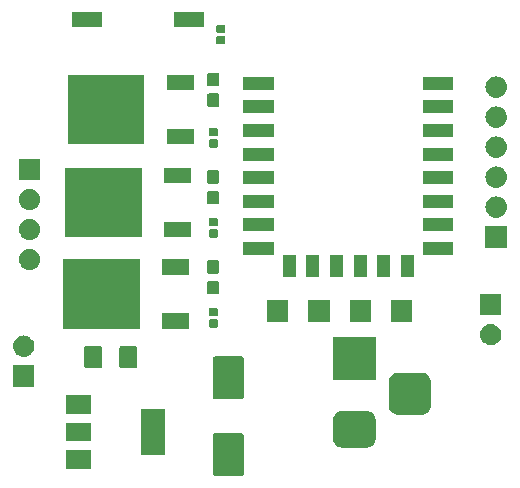
<source format=gbr>
G04 #@! TF.GenerationSoftware,KiCad,Pcbnew,(5.0.2)-1*
G04 #@! TF.CreationDate,2020-08-19T16:16:04+02:00*
G04 #@! TF.ProjectId,RGB-LED-controller,5247422d-4c45-4442-9d63-6f6e74726f6c,rev?*
G04 #@! TF.SameCoordinates,Original*
G04 #@! TF.FileFunction,Soldermask,Top*
G04 #@! TF.FilePolarity,Negative*
%FSLAX46Y46*%
G04 Gerber Fmt 4.6, Leading zero omitted, Abs format (unit mm)*
G04 Created by KiCad (PCBNEW (5.0.2)-1) date 19/08/2020 16:16:04*
%MOMM*%
%LPD*%
G01*
G04 APERTURE LIST*
%ADD10C,0.100000*%
G04 APERTURE END LIST*
D10*
G36*
X164366935Y-65512671D02*
X164396874Y-65521753D01*
X164424469Y-65536503D01*
X164448651Y-65556349D01*
X164468497Y-65580531D01*
X164483247Y-65608126D01*
X164492329Y-65638065D01*
X164496000Y-65675340D01*
X164496000Y-68944660D01*
X164492329Y-68981935D01*
X164483247Y-69011874D01*
X164468497Y-69039469D01*
X164448651Y-69063651D01*
X164424469Y-69083497D01*
X164396874Y-69098247D01*
X164366935Y-69107329D01*
X164329660Y-69111000D01*
X162060340Y-69111000D01*
X162023065Y-69107329D01*
X161993126Y-69098247D01*
X161965531Y-69083497D01*
X161941349Y-69063651D01*
X161921503Y-69039469D01*
X161906753Y-69011874D01*
X161897671Y-68981935D01*
X161894000Y-68944660D01*
X161894000Y-65675340D01*
X161897671Y-65638065D01*
X161906753Y-65608126D01*
X161921503Y-65580531D01*
X161941349Y-65556349D01*
X161965531Y-65536503D01*
X161993126Y-65521753D01*
X162023065Y-65512671D01*
X162060340Y-65509000D01*
X164329660Y-65509000D01*
X164366935Y-65512671D01*
X164366935Y-65512671D01*
G37*
G36*
X151571000Y-68506000D02*
X149469000Y-68506000D01*
X149469000Y-66904000D01*
X151571000Y-66904000D01*
X151571000Y-68506000D01*
X151571000Y-68506000D01*
G37*
G36*
X157871000Y-67356000D02*
X155769000Y-67356000D01*
X155769000Y-63454000D01*
X157871000Y-63454000D01*
X157871000Y-67356000D01*
X157871000Y-67356000D01*
G37*
G36*
X175101978Y-63633293D02*
X175235627Y-63673835D01*
X175358782Y-63739662D01*
X175466739Y-63828261D01*
X175555338Y-63936218D01*
X175621165Y-64059373D01*
X175661707Y-64193022D01*
X175676000Y-64338140D01*
X175676000Y-66001860D01*
X175661707Y-66146978D01*
X175621165Y-66280627D01*
X175555338Y-66403782D01*
X175466739Y-66511739D01*
X175358782Y-66600338D01*
X175235627Y-66666165D01*
X175101978Y-66706707D01*
X174956860Y-66721000D01*
X172793140Y-66721000D01*
X172648022Y-66706707D01*
X172514373Y-66666165D01*
X172391218Y-66600338D01*
X172283261Y-66511739D01*
X172194662Y-66403782D01*
X172128835Y-66280627D01*
X172088293Y-66146978D01*
X172074000Y-66001860D01*
X172074000Y-64338140D01*
X172088293Y-64193022D01*
X172128835Y-64059373D01*
X172194662Y-63936218D01*
X172283261Y-63828261D01*
X172391218Y-63739662D01*
X172514373Y-63673835D01*
X172648022Y-63633293D01*
X172793140Y-63619000D01*
X174956860Y-63619000D01*
X175101978Y-63633293D01*
X175101978Y-63633293D01*
G37*
G36*
X151571000Y-66206000D02*
X149469000Y-66206000D01*
X149469000Y-64604000D01*
X151571000Y-64604000D01*
X151571000Y-66206000D01*
X151571000Y-66206000D01*
G37*
G36*
X179701366Y-60385695D02*
X179858458Y-60433348D01*
X180003230Y-60510731D01*
X180130128Y-60614872D01*
X180234269Y-60741770D01*
X180311652Y-60886542D01*
X180359305Y-61043634D01*
X180376000Y-61213140D01*
X180376000Y-63126860D01*
X180359305Y-63296366D01*
X180311652Y-63453458D01*
X180234269Y-63598230D01*
X180130128Y-63725128D01*
X180003230Y-63829269D01*
X179858458Y-63906652D01*
X179701366Y-63954305D01*
X179531860Y-63971000D01*
X177618140Y-63971000D01*
X177448634Y-63954305D01*
X177291542Y-63906652D01*
X177146770Y-63829269D01*
X177019872Y-63725128D01*
X176915731Y-63598230D01*
X176838348Y-63453458D01*
X176790695Y-63296366D01*
X176774000Y-63126860D01*
X176774000Y-61213140D01*
X176790695Y-61043634D01*
X176838348Y-60886542D01*
X176915731Y-60741770D01*
X177019872Y-60614872D01*
X177146770Y-60510731D01*
X177291542Y-60433348D01*
X177448634Y-60385695D01*
X177618140Y-60369000D01*
X179531860Y-60369000D01*
X179701366Y-60385695D01*
X179701366Y-60385695D01*
G37*
G36*
X151571000Y-63906000D02*
X149469000Y-63906000D01*
X149469000Y-62304000D01*
X151571000Y-62304000D01*
X151571000Y-63906000D01*
X151571000Y-63906000D01*
G37*
G36*
X164366935Y-59012671D02*
X164396874Y-59021753D01*
X164424469Y-59036503D01*
X164448651Y-59056349D01*
X164468497Y-59080531D01*
X164483247Y-59108126D01*
X164492329Y-59138065D01*
X164496000Y-59175340D01*
X164496000Y-62444660D01*
X164492329Y-62481935D01*
X164483247Y-62511874D01*
X164468497Y-62539469D01*
X164448651Y-62563651D01*
X164424469Y-62583497D01*
X164396874Y-62598247D01*
X164366935Y-62607329D01*
X164329660Y-62611000D01*
X162060340Y-62611000D01*
X162023065Y-62607329D01*
X161993126Y-62598247D01*
X161965531Y-62583497D01*
X161941349Y-62563651D01*
X161921503Y-62539469D01*
X161906753Y-62511874D01*
X161897671Y-62481935D01*
X161894000Y-62444660D01*
X161894000Y-59175340D01*
X161897671Y-59138065D01*
X161906753Y-59108126D01*
X161921503Y-59080531D01*
X161941349Y-59056349D01*
X161965531Y-59036503D01*
X161993126Y-59021753D01*
X162023065Y-59012671D01*
X162060340Y-59009000D01*
X164329660Y-59009000D01*
X164366935Y-59012671D01*
X164366935Y-59012671D01*
G37*
G36*
X146776000Y-61571000D02*
X144974000Y-61571000D01*
X144974000Y-59769000D01*
X146776000Y-59769000D01*
X146776000Y-61571000D01*
X146776000Y-61571000D01*
G37*
G36*
X175676000Y-60971000D02*
X172074000Y-60971000D01*
X172074000Y-57369000D01*
X175676000Y-57369000D01*
X175676000Y-60971000D01*
X175676000Y-60971000D01*
G37*
G36*
X152378062Y-58133181D02*
X152412977Y-58143773D01*
X152445165Y-58160978D01*
X152473373Y-58184127D01*
X152496522Y-58212335D01*
X152513727Y-58244523D01*
X152524319Y-58279438D01*
X152528500Y-58321895D01*
X152528500Y-59788105D01*
X152524319Y-59830562D01*
X152513727Y-59865477D01*
X152496522Y-59897665D01*
X152473373Y-59925873D01*
X152445165Y-59949022D01*
X152412977Y-59966227D01*
X152378062Y-59976819D01*
X152335605Y-59981000D01*
X151194395Y-59981000D01*
X151151938Y-59976819D01*
X151117023Y-59966227D01*
X151084835Y-59949022D01*
X151056627Y-59925873D01*
X151033478Y-59897665D01*
X151016273Y-59865477D01*
X151005681Y-59830562D01*
X151001500Y-59788105D01*
X151001500Y-58321895D01*
X151005681Y-58279438D01*
X151016273Y-58244523D01*
X151033478Y-58212335D01*
X151056627Y-58184127D01*
X151084835Y-58160978D01*
X151117023Y-58143773D01*
X151151938Y-58133181D01*
X151194395Y-58129000D01*
X152335605Y-58129000D01*
X152378062Y-58133181D01*
X152378062Y-58133181D01*
G37*
G36*
X155353062Y-58133181D02*
X155387977Y-58143773D01*
X155420165Y-58160978D01*
X155448373Y-58184127D01*
X155471522Y-58212335D01*
X155488727Y-58244523D01*
X155499319Y-58279438D01*
X155503500Y-58321895D01*
X155503500Y-59788105D01*
X155499319Y-59830562D01*
X155488727Y-59865477D01*
X155471522Y-59897665D01*
X155448373Y-59925873D01*
X155420165Y-59949022D01*
X155387977Y-59966227D01*
X155353062Y-59976819D01*
X155310605Y-59981000D01*
X154169395Y-59981000D01*
X154126938Y-59976819D01*
X154092023Y-59966227D01*
X154059835Y-59949022D01*
X154031627Y-59925873D01*
X154008478Y-59897665D01*
X153991273Y-59865477D01*
X153980681Y-59830562D01*
X153976500Y-59788105D01*
X153976500Y-58321895D01*
X153980681Y-58279438D01*
X153991273Y-58244523D01*
X154008478Y-58212335D01*
X154031627Y-58184127D01*
X154059835Y-58160978D01*
X154092023Y-58143773D01*
X154126938Y-58133181D01*
X154169395Y-58129000D01*
X155310605Y-58129000D01*
X155353062Y-58133181D01*
X155353062Y-58133181D01*
G37*
G36*
X145985443Y-57235519D02*
X146051627Y-57242037D01*
X146164853Y-57276384D01*
X146221467Y-57293557D01*
X146360087Y-57367652D01*
X146377991Y-57377222D01*
X146413729Y-57406552D01*
X146515186Y-57489814D01*
X146598448Y-57591271D01*
X146627778Y-57627009D01*
X146627779Y-57627011D01*
X146711443Y-57783533D01*
X146711443Y-57783534D01*
X146762963Y-57953373D01*
X146780359Y-58130000D01*
X146762963Y-58306627D01*
X146728616Y-58419853D01*
X146711443Y-58476467D01*
X146637348Y-58615087D01*
X146627778Y-58632991D01*
X146598448Y-58668729D01*
X146515186Y-58770186D01*
X146413729Y-58853448D01*
X146377991Y-58882778D01*
X146377989Y-58882779D01*
X146221467Y-58966443D01*
X146164853Y-58983616D01*
X146051627Y-59017963D01*
X145985443Y-59024481D01*
X145919260Y-59031000D01*
X145830740Y-59031000D01*
X145764557Y-59024481D01*
X145698373Y-59017963D01*
X145585147Y-58983616D01*
X145528533Y-58966443D01*
X145372011Y-58882779D01*
X145372009Y-58882778D01*
X145336271Y-58853448D01*
X145234814Y-58770186D01*
X145151552Y-58668729D01*
X145122222Y-58632991D01*
X145112652Y-58615087D01*
X145038557Y-58476467D01*
X145021384Y-58419853D01*
X144987037Y-58306627D01*
X144969641Y-58130000D01*
X144987037Y-57953373D01*
X145038557Y-57783534D01*
X145038557Y-57783533D01*
X145122221Y-57627011D01*
X145122222Y-57627009D01*
X145151552Y-57591271D01*
X145234814Y-57489814D01*
X145336271Y-57406552D01*
X145372009Y-57377222D01*
X145389913Y-57367652D01*
X145528533Y-57293557D01*
X145585147Y-57276384D01*
X145698373Y-57242037D01*
X145764557Y-57235519D01*
X145830740Y-57229000D01*
X145919260Y-57229000D01*
X145985443Y-57235519D01*
X145985443Y-57235519D01*
G37*
G36*
X185530443Y-56255519D02*
X185596627Y-56262037D01*
X185709853Y-56296384D01*
X185766467Y-56313557D01*
X185905087Y-56387652D01*
X185922991Y-56397222D01*
X185952879Y-56421751D01*
X186060186Y-56509814D01*
X186143448Y-56611271D01*
X186172778Y-56647009D01*
X186172779Y-56647011D01*
X186256443Y-56803533D01*
X186256443Y-56803534D01*
X186307963Y-56973373D01*
X186325359Y-57150000D01*
X186307963Y-57326627D01*
X186292615Y-57377222D01*
X186256443Y-57496467D01*
X186186666Y-57627009D01*
X186172778Y-57652991D01*
X186143448Y-57688729D01*
X186060186Y-57790186D01*
X185958729Y-57873448D01*
X185922991Y-57902778D01*
X185922989Y-57902779D01*
X185766467Y-57986443D01*
X185709853Y-58003616D01*
X185596627Y-58037963D01*
X185530442Y-58044482D01*
X185464260Y-58051000D01*
X185375740Y-58051000D01*
X185309558Y-58044482D01*
X185243373Y-58037963D01*
X185130147Y-58003616D01*
X185073533Y-57986443D01*
X184917011Y-57902779D01*
X184917009Y-57902778D01*
X184881271Y-57873448D01*
X184779814Y-57790186D01*
X184696552Y-57688729D01*
X184667222Y-57652991D01*
X184653334Y-57627009D01*
X184583557Y-57496467D01*
X184547385Y-57377222D01*
X184532037Y-57326627D01*
X184514641Y-57150000D01*
X184532037Y-56973373D01*
X184583557Y-56803534D01*
X184583557Y-56803533D01*
X184667221Y-56647011D01*
X184667222Y-56647009D01*
X184696552Y-56611271D01*
X184779814Y-56509814D01*
X184887121Y-56421751D01*
X184917009Y-56397222D01*
X184934913Y-56387652D01*
X185073533Y-56313557D01*
X185130147Y-56296384D01*
X185243373Y-56262037D01*
X185309557Y-56255519D01*
X185375740Y-56249000D01*
X185464260Y-56249000D01*
X185530443Y-56255519D01*
X185530443Y-56255519D01*
G37*
G36*
X155701000Y-56666000D02*
X149199000Y-56666000D01*
X149199000Y-50764000D01*
X155701000Y-50764000D01*
X155701000Y-56666000D01*
X155701000Y-56666000D01*
G37*
G36*
X159901000Y-56646000D02*
X157599000Y-56646000D01*
X157599000Y-55344000D01*
X159901000Y-55344000D01*
X159901000Y-56646000D01*
X159901000Y-56646000D01*
G37*
G36*
X162206938Y-55871716D02*
X162227556Y-55877970D01*
X162246556Y-55888126D01*
X162263208Y-55901792D01*
X162276874Y-55918444D01*
X162287030Y-55937444D01*
X162293284Y-55958062D01*
X162296000Y-55985640D01*
X162296000Y-56444360D01*
X162293284Y-56471938D01*
X162287030Y-56492556D01*
X162276874Y-56511556D01*
X162263208Y-56528208D01*
X162246556Y-56541874D01*
X162227556Y-56552030D01*
X162206938Y-56558284D01*
X162179360Y-56561000D01*
X161670640Y-56561000D01*
X161643062Y-56558284D01*
X161622444Y-56552030D01*
X161603444Y-56541874D01*
X161586792Y-56528208D01*
X161573126Y-56511556D01*
X161562970Y-56492556D01*
X161556716Y-56471938D01*
X161554000Y-56444360D01*
X161554000Y-55985640D01*
X161556716Y-55958062D01*
X161562970Y-55937444D01*
X161573126Y-55918444D01*
X161586792Y-55901792D01*
X161603444Y-55888126D01*
X161622444Y-55877970D01*
X161643062Y-55871716D01*
X161670640Y-55869000D01*
X162179360Y-55869000D01*
X162206938Y-55871716D01*
X162206938Y-55871716D01*
G37*
G36*
X168276000Y-56071000D02*
X166474000Y-56071000D01*
X166474000Y-54269000D01*
X168276000Y-54269000D01*
X168276000Y-56071000D01*
X168276000Y-56071000D01*
G37*
G36*
X171776000Y-56071000D02*
X169974000Y-56071000D01*
X169974000Y-54269000D01*
X171776000Y-54269000D01*
X171776000Y-56071000D01*
X171776000Y-56071000D01*
G37*
G36*
X178776000Y-56071000D02*
X176974000Y-56071000D01*
X176974000Y-54269000D01*
X178776000Y-54269000D01*
X178776000Y-56071000D01*
X178776000Y-56071000D01*
G37*
G36*
X175276000Y-56071000D02*
X173474000Y-56071000D01*
X173474000Y-54269000D01*
X175276000Y-54269000D01*
X175276000Y-56071000D01*
X175276000Y-56071000D01*
G37*
G36*
X162206938Y-54901716D02*
X162227556Y-54907970D01*
X162246556Y-54918126D01*
X162263208Y-54931792D01*
X162276874Y-54948444D01*
X162287030Y-54967444D01*
X162293284Y-54988062D01*
X162296000Y-55015640D01*
X162296000Y-55474360D01*
X162293284Y-55501938D01*
X162287030Y-55522556D01*
X162276874Y-55541556D01*
X162263208Y-55558208D01*
X162246556Y-55571874D01*
X162227556Y-55582030D01*
X162206938Y-55588284D01*
X162179360Y-55591000D01*
X161670640Y-55591000D01*
X161643062Y-55588284D01*
X161622444Y-55582030D01*
X161603444Y-55571874D01*
X161586792Y-55558208D01*
X161573126Y-55541556D01*
X161562970Y-55522556D01*
X161556716Y-55501938D01*
X161554000Y-55474360D01*
X161554000Y-55015640D01*
X161556716Y-54988062D01*
X161562970Y-54967444D01*
X161573126Y-54948444D01*
X161586792Y-54931792D01*
X161603444Y-54918126D01*
X161622444Y-54907970D01*
X161643062Y-54901716D01*
X161670640Y-54899000D01*
X162179360Y-54899000D01*
X162206938Y-54901716D01*
X162206938Y-54901716D01*
G37*
G36*
X186321000Y-55511000D02*
X184519000Y-55511000D01*
X184519000Y-53709000D01*
X186321000Y-53709000D01*
X186321000Y-55511000D01*
X186321000Y-55511000D01*
G37*
G36*
X162289499Y-52613445D02*
X162326993Y-52624819D01*
X162361557Y-52643294D01*
X162391847Y-52668153D01*
X162416706Y-52698443D01*
X162435181Y-52733007D01*
X162446555Y-52770501D01*
X162451000Y-52815638D01*
X162451000Y-53554362D01*
X162446555Y-53599499D01*
X162435181Y-53636993D01*
X162416706Y-53671557D01*
X162391847Y-53701847D01*
X162361557Y-53726706D01*
X162326993Y-53745181D01*
X162289499Y-53756555D01*
X162244362Y-53761000D01*
X161605638Y-53761000D01*
X161560501Y-53756555D01*
X161523007Y-53745181D01*
X161488443Y-53726706D01*
X161458153Y-53701847D01*
X161433294Y-53671557D01*
X161414819Y-53636993D01*
X161403445Y-53599499D01*
X161399000Y-53554362D01*
X161399000Y-52815638D01*
X161403445Y-52770501D01*
X161414819Y-52733007D01*
X161433294Y-52698443D01*
X161458153Y-52668153D01*
X161488443Y-52643294D01*
X161523007Y-52624819D01*
X161560501Y-52613445D01*
X161605638Y-52609000D01*
X162244362Y-52609000D01*
X162289499Y-52613445D01*
X162289499Y-52613445D01*
G37*
G36*
X168906000Y-52321000D02*
X167804000Y-52321000D01*
X167804000Y-50419000D01*
X168906000Y-50419000D01*
X168906000Y-52321000D01*
X168906000Y-52321000D01*
G37*
G36*
X170906000Y-52321000D02*
X169804000Y-52321000D01*
X169804000Y-50419000D01*
X170906000Y-50419000D01*
X170906000Y-52321000D01*
X170906000Y-52321000D01*
G37*
G36*
X172906000Y-52321000D02*
X171804000Y-52321000D01*
X171804000Y-50419000D01*
X172906000Y-50419000D01*
X172906000Y-52321000D01*
X172906000Y-52321000D01*
G37*
G36*
X174906000Y-52321000D02*
X173804000Y-52321000D01*
X173804000Y-50419000D01*
X174906000Y-50419000D01*
X174906000Y-52321000D01*
X174906000Y-52321000D01*
G37*
G36*
X176906000Y-52321000D02*
X175804000Y-52321000D01*
X175804000Y-50419000D01*
X176906000Y-50419000D01*
X176906000Y-52321000D01*
X176906000Y-52321000D01*
G37*
G36*
X178906000Y-52321000D02*
X177804000Y-52321000D01*
X177804000Y-50419000D01*
X178906000Y-50419000D01*
X178906000Y-52321000D01*
X178906000Y-52321000D01*
G37*
G36*
X159901000Y-52086000D02*
X157599000Y-52086000D01*
X157599000Y-50784000D01*
X159901000Y-50784000D01*
X159901000Y-52086000D01*
X159901000Y-52086000D01*
G37*
G36*
X162289499Y-50863445D02*
X162326993Y-50874819D01*
X162361557Y-50893294D01*
X162391847Y-50918153D01*
X162416706Y-50948443D01*
X162435181Y-50983007D01*
X162446555Y-51020501D01*
X162451000Y-51065638D01*
X162451000Y-51804362D01*
X162446555Y-51849499D01*
X162435181Y-51886993D01*
X162416706Y-51921557D01*
X162391847Y-51951847D01*
X162361557Y-51976706D01*
X162326993Y-51995181D01*
X162289499Y-52006555D01*
X162244362Y-52011000D01*
X161605638Y-52011000D01*
X161560501Y-52006555D01*
X161523007Y-51995181D01*
X161488443Y-51976706D01*
X161458153Y-51951847D01*
X161433294Y-51921557D01*
X161414819Y-51886993D01*
X161403445Y-51849499D01*
X161399000Y-51804362D01*
X161399000Y-51065638D01*
X161403445Y-51020501D01*
X161414819Y-50983007D01*
X161433294Y-50948443D01*
X161458153Y-50918153D01*
X161488443Y-50893294D01*
X161523007Y-50874819D01*
X161560501Y-50863445D01*
X161605638Y-50859000D01*
X162244362Y-50859000D01*
X162289499Y-50863445D01*
X162289499Y-50863445D01*
G37*
G36*
X146485443Y-49895519D02*
X146551627Y-49902037D01*
X146664853Y-49936384D01*
X146721467Y-49953557D01*
X146860087Y-50027652D01*
X146877991Y-50037222D01*
X146913729Y-50066552D01*
X147015186Y-50149814D01*
X147098448Y-50251271D01*
X147127778Y-50287009D01*
X147127779Y-50287011D01*
X147211443Y-50443533D01*
X147211443Y-50443534D01*
X147262963Y-50613373D01*
X147280359Y-50790000D01*
X147262963Y-50966627D01*
X147232928Y-51065638D01*
X147211443Y-51136467D01*
X147137348Y-51275087D01*
X147127778Y-51292991D01*
X147098448Y-51328729D01*
X147015186Y-51430186D01*
X146913729Y-51513448D01*
X146877991Y-51542778D01*
X146877989Y-51542779D01*
X146721467Y-51626443D01*
X146664853Y-51643616D01*
X146551627Y-51677963D01*
X146485443Y-51684481D01*
X146419260Y-51691000D01*
X146330740Y-51691000D01*
X146264557Y-51684481D01*
X146198373Y-51677963D01*
X146085147Y-51643616D01*
X146028533Y-51626443D01*
X145872011Y-51542779D01*
X145872009Y-51542778D01*
X145836271Y-51513448D01*
X145734814Y-51430186D01*
X145651552Y-51328729D01*
X145622222Y-51292991D01*
X145612652Y-51275087D01*
X145538557Y-51136467D01*
X145517072Y-51065638D01*
X145487037Y-50966627D01*
X145469641Y-50790000D01*
X145487037Y-50613373D01*
X145538557Y-50443534D01*
X145538557Y-50443533D01*
X145622221Y-50287011D01*
X145622222Y-50287009D01*
X145651552Y-50251271D01*
X145734814Y-50149814D01*
X145836271Y-50066552D01*
X145872009Y-50037222D01*
X145889913Y-50027652D01*
X146028533Y-49953557D01*
X146085147Y-49936384D01*
X146198373Y-49902037D01*
X146264557Y-49895519D01*
X146330740Y-49889000D01*
X146419260Y-49889000D01*
X146485443Y-49895519D01*
X146485443Y-49895519D01*
G37*
G36*
X182256000Y-50421000D02*
X179654000Y-50421000D01*
X179654000Y-49319000D01*
X182256000Y-49319000D01*
X182256000Y-50421000D01*
X182256000Y-50421000D01*
G37*
G36*
X167056000Y-50421000D02*
X164454000Y-50421000D01*
X164454000Y-49319000D01*
X167056000Y-49319000D01*
X167056000Y-50421000D01*
X167056000Y-50421000D01*
G37*
G36*
X186776000Y-49796000D02*
X184974000Y-49796000D01*
X184974000Y-47994000D01*
X186776000Y-47994000D01*
X186776000Y-49796000D01*
X186776000Y-49796000D01*
G37*
G36*
X146485443Y-47355519D02*
X146551627Y-47362037D01*
X146662401Y-47395640D01*
X146721467Y-47413557D01*
X146860087Y-47487652D01*
X146877991Y-47497222D01*
X146913729Y-47526552D01*
X147015186Y-47609814D01*
X147098448Y-47711271D01*
X147127778Y-47747009D01*
X147127779Y-47747011D01*
X147211443Y-47903533D01*
X147211443Y-47903534D01*
X147262963Y-48073373D01*
X147280359Y-48250000D01*
X147262963Y-48426627D01*
X147228616Y-48539853D01*
X147211443Y-48596467D01*
X147137348Y-48735087D01*
X147127778Y-48752991D01*
X147115460Y-48768000D01*
X147015186Y-48890186D01*
X146913729Y-48973448D01*
X146877991Y-49002778D01*
X146877989Y-49002779D01*
X146721467Y-49086443D01*
X146664853Y-49103616D01*
X146551627Y-49137963D01*
X146485443Y-49144481D01*
X146419260Y-49151000D01*
X146330740Y-49151000D01*
X146264557Y-49144481D01*
X146198373Y-49137963D01*
X146085147Y-49103616D01*
X146028533Y-49086443D01*
X145872011Y-49002779D01*
X145872009Y-49002778D01*
X145836271Y-48973448D01*
X145734814Y-48890186D01*
X145634540Y-48768000D01*
X145622222Y-48752991D01*
X145612652Y-48735087D01*
X145538557Y-48596467D01*
X145521384Y-48539853D01*
X145487037Y-48426627D01*
X145469641Y-48250000D01*
X145487037Y-48073373D01*
X145538557Y-47903534D01*
X145538557Y-47903533D01*
X145622221Y-47747011D01*
X145622222Y-47747009D01*
X145651552Y-47711271D01*
X145734814Y-47609814D01*
X145836271Y-47526552D01*
X145872009Y-47497222D01*
X145889913Y-47487652D01*
X146028533Y-47413557D01*
X146087599Y-47395640D01*
X146198373Y-47362037D01*
X146264558Y-47355518D01*
X146330740Y-47349000D01*
X146419260Y-47349000D01*
X146485443Y-47355519D01*
X146485443Y-47355519D01*
G37*
G36*
X162206938Y-48251716D02*
X162227556Y-48257970D01*
X162246556Y-48268126D01*
X162263208Y-48281792D01*
X162276874Y-48298444D01*
X162287030Y-48317444D01*
X162293284Y-48338062D01*
X162296000Y-48365640D01*
X162296000Y-48824360D01*
X162293284Y-48851938D01*
X162287030Y-48872556D01*
X162276874Y-48891556D01*
X162263208Y-48908208D01*
X162246556Y-48921874D01*
X162227556Y-48932030D01*
X162206938Y-48938284D01*
X162179360Y-48941000D01*
X161670640Y-48941000D01*
X161643062Y-48938284D01*
X161622444Y-48932030D01*
X161603444Y-48921874D01*
X161586792Y-48908208D01*
X161573126Y-48891556D01*
X161562970Y-48872556D01*
X161556716Y-48851938D01*
X161554000Y-48824360D01*
X161554000Y-48365640D01*
X161556716Y-48338062D01*
X161562970Y-48317444D01*
X161573126Y-48298444D01*
X161586792Y-48281792D01*
X161603444Y-48268126D01*
X161622444Y-48257970D01*
X161643062Y-48251716D01*
X161670640Y-48249000D01*
X162179360Y-48249000D01*
X162206938Y-48251716D01*
X162206938Y-48251716D01*
G37*
G36*
X155881000Y-48926000D02*
X149379000Y-48926000D01*
X149379000Y-43024000D01*
X155881000Y-43024000D01*
X155881000Y-48926000D01*
X155881000Y-48926000D01*
G37*
G36*
X160081000Y-48906000D02*
X157779000Y-48906000D01*
X157779000Y-47604000D01*
X160081000Y-47604000D01*
X160081000Y-48906000D01*
X160081000Y-48906000D01*
G37*
G36*
X182256000Y-48421000D02*
X179654000Y-48421000D01*
X179654000Y-47319000D01*
X182256000Y-47319000D01*
X182256000Y-48421000D01*
X182256000Y-48421000D01*
G37*
G36*
X167056000Y-48421000D02*
X164454000Y-48421000D01*
X164454000Y-47319000D01*
X167056000Y-47319000D01*
X167056000Y-48421000D01*
X167056000Y-48421000D01*
G37*
G36*
X162206938Y-47281716D02*
X162227556Y-47287970D01*
X162246556Y-47298126D01*
X162263208Y-47311792D01*
X162276874Y-47328444D01*
X162287030Y-47347444D01*
X162293284Y-47368062D01*
X162296000Y-47395640D01*
X162296000Y-47854360D01*
X162293284Y-47881938D01*
X162287030Y-47902556D01*
X162276874Y-47921556D01*
X162263208Y-47938208D01*
X162246556Y-47951874D01*
X162227556Y-47962030D01*
X162206938Y-47968284D01*
X162179360Y-47971000D01*
X161670640Y-47971000D01*
X161643062Y-47968284D01*
X161622444Y-47962030D01*
X161603444Y-47951874D01*
X161586792Y-47938208D01*
X161573126Y-47921556D01*
X161562970Y-47902556D01*
X161556716Y-47881938D01*
X161554000Y-47854360D01*
X161554000Y-47395640D01*
X161556716Y-47368062D01*
X161562970Y-47347444D01*
X161573126Y-47328444D01*
X161586792Y-47311792D01*
X161603444Y-47298126D01*
X161622444Y-47287970D01*
X161643062Y-47281716D01*
X161670640Y-47279000D01*
X162179360Y-47279000D01*
X162206938Y-47281716D01*
X162206938Y-47281716D01*
G37*
G36*
X185985443Y-45460519D02*
X186051627Y-45467037D01*
X186164853Y-45501384D01*
X186221467Y-45518557D01*
X186360087Y-45592652D01*
X186377991Y-45602222D01*
X186413729Y-45631552D01*
X186515186Y-45714814D01*
X186598448Y-45816271D01*
X186627778Y-45852009D01*
X186627779Y-45852011D01*
X186711443Y-46008533D01*
X186724494Y-46051557D01*
X186762963Y-46178373D01*
X186780359Y-46355000D01*
X186762963Y-46531627D01*
X186728616Y-46644853D01*
X186711443Y-46701467D01*
X186637348Y-46840087D01*
X186627778Y-46857991D01*
X186598448Y-46893729D01*
X186515186Y-46995186D01*
X186413729Y-47078448D01*
X186377991Y-47107778D01*
X186377989Y-47107779D01*
X186221467Y-47191443D01*
X186164853Y-47208616D01*
X186051627Y-47242963D01*
X185985442Y-47249482D01*
X185919260Y-47256000D01*
X185830740Y-47256000D01*
X185764558Y-47249482D01*
X185698373Y-47242963D01*
X185585147Y-47208616D01*
X185528533Y-47191443D01*
X185372011Y-47107779D01*
X185372009Y-47107778D01*
X185336271Y-47078448D01*
X185234814Y-46995186D01*
X185151552Y-46893729D01*
X185122222Y-46857991D01*
X185112652Y-46840087D01*
X185038557Y-46701467D01*
X185021384Y-46644853D01*
X184987037Y-46531627D01*
X184969641Y-46355000D01*
X184987037Y-46178373D01*
X185025506Y-46051557D01*
X185038557Y-46008533D01*
X185122221Y-45852011D01*
X185122222Y-45852009D01*
X185151552Y-45816271D01*
X185234814Y-45714814D01*
X185336271Y-45631552D01*
X185372009Y-45602222D01*
X185389913Y-45592652D01*
X185528533Y-45518557D01*
X185585147Y-45501384D01*
X185698373Y-45467037D01*
X185764557Y-45460519D01*
X185830740Y-45454000D01*
X185919260Y-45454000D01*
X185985443Y-45460519D01*
X185985443Y-45460519D01*
G37*
G36*
X146485442Y-44815518D02*
X146551627Y-44822037D01*
X146664853Y-44856384D01*
X146721467Y-44873557D01*
X146860087Y-44947652D01*
X146877991Y-44957222D01*
X146913729Y-44986552D01*
X147015186Y-45069814D01*
X147081403Y-45150501D01*
X147127778Y-45207009D01*
X147127779Y-45207011D01*
X147211443Y-45363533D01*
X147211443Y-45363534D01*
X147262963Y-45533373D01*
X147280359Y-45710000D01*
X147262963Y-45886627D01*
X147235049Y-45978646D01*
X147211443Y-46056467D01*
X147174714Y-46125181D01*
X147127778Y-46212991D01*
X147098448Y-46248729D01*
X147015186Y-46350186D01*
X146913729Y-46433448D01*
X146877991Y-46462778D01*
X146877989Y-46462779D01*
X146721467Y-46546443D01*
X146664853Y-46563616D01*
X146551627Y-46597963D01*
X146485442Y-46604482D01*
X146419260Y-46611000D01*
X146330740Y-46611000D01*
X146264557Y-46604481D01*
X146198373Y-46597963D01*
X146085147Y-46563616D01*
X146028533Y-46546443D01*
X145872011Y-46462779D01*
X145872009Y-46462778D01*
X145836271Y-46433448D01*
X145734814Y-46350186D01*
X145651552Y-46248729D01*
X145622222Y-46212991D01*
X145575286Y-46125181D01*
X145538557Y-46056467D01*
X145514951Y-45978646D01*
X145487037Y-45886627D01*
X145469641Y-45710000D01*
X145487037Y-45533373D01*
X145538557Y-45363534D01*
X145538557Y-45363533D01*
X145622221Y-45207011D01*
X145622222Y-45207009D01*
X145668597Y-45150501D01*
X145734814Y-45069814D01*
X145836271Y-44986552D01*
X145872009Y-44957222D01*
X145889913Y-44947652D01*
X146028533Y-44873557D01*
X146085147Y-44856384D01*
X146198373Y-44822037D01*
X146264558Y-44815518D01*
X146330740Y-44809000D01*
X146419260Y-44809000D01*
X146485442Y-44815518D01*
X146485442Y-44815518D01*
G37*
G36*
X167056000Y-46421000D02*
X164454000Y-46421000D01*
X164454000Y-45319000D01*
X167056000Y-45319000D01*
X167056000Y-46421000D01*
X167056000Y-46421000D01*
G37*
G36*
X182256000Y-46421000D02*
X179654000Y-46421000D01*
X179654000Y-45319000D01*
X182256000Y-45319000D01*
X182256000Y-46421000D01*
X182256000Y-46421000D01*
G37*
G36*
X162289499Y-44993445D02*
X162326993Y-45004819D01*
X162361557Y-45023294D01*
X162391847Y-45048153D01*
X162416706Y-45078443D01*
X162435181Y-45113007D01*
X162446555Y-45150501D01*
X162451000Y-45195638D01*
X162451000Y-45934362D01*
X162446555Y-45979499D01*
X162435181Y-46016993D01*
X162416706Y-46051557D01*
X162391847Y-46081847D01*
X162361557Y-46106706D01*
X162326993Y-46125181D01*
X162289499Y-46136555D01*
X162244362Y-46141000D01*
X161605638Y-46141000D01*
X161560501Y-46136555D01*
X161523007Y-46125181D01*
X161488443Y-46106706D01*
X161458153Y-46081847D01*
X161433294Y-46051557D01*
X161414819Y-46016993D01*
X161403445Y-45979499D01*
X161399000Y-45934362D01*
X161399000Y-45195638D01*
X161403445Y-45150501D01*
X161414819Y-45113007D01*
X161433294Y-45078443D01*
X161458153Y-45048153D01*
X161488443Y-45023294D01*
X161523007Y-45004819D01*
X161560501Y-44993445D01*
X161605638Y-44989000D01*
X162244362Y-44989000D01*
X162289499Y-44993445D01*
X162289499Y-44993445D01*
G37*
G36*
X185985443Y-42920519D02*
X186051627Y-42927037D01*
X186164853Y-42961384D01*
X186221467Y-42978557D01*
X186343900Y-43044000D01*
X186377991Y-43062222D01*
X186413729Y-43091552D01*
X186515186Y-43174814D01*
X186567861Y-43239000D01*
X186627778Y-43312009D01*
X186627779Y-43312011D01*
X186711443Y-43468533D01*
X186711443Y-43468534D01*
X186762963Y-43638373D01*
X186780359Y-43815000D01*
X186762963Y-43991627D01*
X186728616Y-44104853D01*
X186711443Y-44161467D01*
X186655037Y-44266993D01*
X186627778Y-44317991D01*
X186604791Y-44346000D01*
X186515186Y-44455186D01*
X186413729Y-44538448D01*
X186377991Y-44567778D01*
X186377989Y-44567779D01*
X186221467Y-44651443D01*
X186164853Y-44668616D01*
X186051627Y-44702963D01*
X185985443Y-44709481D01*
X185919260Y-44716000D01*
X185830740Y-44716000D01*
X185764557Y-44709481D01*
X185698373Y-44702963D01*
X185585147Y-44668616D01*
X185528533Y-44651443D01*
X185372011Y-44567779D01*
X185372009Y-44567778D01*
X185336271Y-44538448D01*
X185234814Y-44455186D01*
X185145209Y-44346000D01*
X185122222Y-44317991D01*
X185094963Y-44266993D01*
X185038557Y-44161467D01*
X185021384Y-44104853D01*
X184987037Y-43991627D01*
X184969641Y-43815000D01*
X184987037Y-43638373D01*
X185038557Y-43468534D01*
X185038557Y-43468533D01*
X185122221Y-43312011D01*
X185122222Y-43312009D01*
X185182139Y-43239000D01*
X185234814Y-43174814D01*
X185336271Y-43091552D01*
X185372009Y-43062222D01*
X185406100Y-43044000D01*
X185528533Y-42978557D01*
X185585147Y-42961384D01*
X185698373Y-42927037D01*
X185764557Y-42920519D01*
X185830740Y-42914000D01*
X185919260Y-42914000D01*
X185985443Y-42920519D01*
X185985443Y-42920519D01*
G37*
G36*
X182256000Y-44421000D02*
X179654000Y-44421000D01*
X179654000Y-43319000D01*
X182256000Y-43319000D01*
X182256000Y-44421000D01*
X182256000Y-44421000D01*
G37*
G36*
X167056000Y-44421000D02*
X164454000Y-44421000D01*
X164454000Y-43319000D01*
X167056000Y-43319000D01*
X167056000Y-44421000D01*
X167056000Y-44421000D01*
G37*
G36*
X162289499Y-43243445D02*
X162326993Y-43254819D01*
X162361557Y-43273294D01*
X162391847Y-43298153D01*
X162416706Y-43328443D01*
X162435181Y-43363007D01*
X162446555Y-43400501D01*
X162451000Y-43445638D01*
X162451000Y-44184362D01*
X162446555Y-44229499D01*
X162435181Y-44266993D01*
X162416706Y-44301557D01*
X162391847Y-44331847D01*
X162361557Y-44356706D01*
X162326993Y-44375181D01*
X162289499Y-44386555D01*
X162244362Y-44391000D01*
X161605638Y-44391000D01*
X161560501Y-44386555D01*
X161523007Y-44375181D01*
X161488443Y-44356706D01*
X161458153Y-44331847D01*
X161433294Y-44301557D01*
X161414819Y-44266993D01*
X161403445Y-44229499D01*
X161399000Y-44184362D01*
X161399000Y-43445638D01*
X161403445Y-43400501D01*
X161414819Y-43363007D01*
X161433294Y-43328443D01*
X161458153Y-43298153D01*
X161488443Y-43273294D01*
X161523007Y-43254819D01*
X161560501Y-43243445D01*
X161605638Y-43239000D01*
X162244362Y-43239000D01*
X162289499Y-43243445D01*
X162289499Y-43243445D01*
G37*
G36*
X160081000Y-44346000D02*
X157779000Y-44346000D01*
X157779000Y-43044000D01*
X160081000Y-43044000D01*
X160081000Y-44346000D01*
X160081000Y-44346000D01*
G37*
G36*
X147276000Y-44071000D02*
X145474000Y-44071000D01*
X145474000Y-42269000D01*
X147276000Y-42269000D01*
X147276000Y-44071000D01*
X147276000Y-44071000D01*
G37*
G36*
X167056000Y-42421000D02*
X164454000Y-42421000D01*
X164454000Y-41319000D01*
X167056000Y-41319000D01*
X167056000Y-42421000D01*
X167056000Y-42421000D01*
G37*
G36*
X182256000Y-42421000D02*
X179654000Y-42421000D01*
X179654000Y-41319000D01*
X182256000Y-41319000D01*
X182256000Y-42421000D01*
X182256000Y-42421000D01*
G37*
G36*
X185985443Y-40380519D02*
X186051627Y-40387037D01*
X186163588Y-40421000D01*
X186221467Y-40438557D01*
X186360087Y-40512652D01*
X186377991Y-40522222D01*
X186413729Y-40551552D01*
X186515186Y-40634814D01*
X186566584Y-40697444D01*
X186627778Y-40772009D01*
X186627779Y-40772011D01*
X186711443Y-40928533D01*
X186711443Y-40928534D01*
X186762963Y-41098373D01*
X186780359Y-41275000D01*
X186762963Y-41451627D01*
X186728616Y-41564853D01*
X186711443Y-41621467D01*
X186637348Y-41760087D01*
X186627778Y-41777991D01*
X186598448Y-41813729D01*
X186515186Y-41915186D01*
X186413729Y-41998448D01*
X186377991Y-42027778D01*
X186377989Y-42027779D01*
X186221467Y-42111443D01*
X186164853Y-42128616D01*
X186051627Y-42162963D01*
X185985443Y-42169481D01*
X185919260Y-42176000D01*
X185830740Y-42176000D01*
X185764557Y-42169481D01*
X185698373Y-42162963D01*
X185585147Y-42128616D01*
X185528533Y-42111443D01*
X185372011Y-42027779D01*
X185372009Y-42027778D01*
X185336271Y-41998448D01*
X185234814Y-41915186D01*
X185151552Y-41813729D01*
X185122222Y-41777991D01*
X185112652Y-41760087D01*
X185038557Y-41621467D01*
X185021384Y-41564853D01*
X184987037Y-41451627D01*
X184969641Y-41275000D01*
X184987037Y-41098373D01*
X185038557Y-40928534D01*
X185038557Y-40928533D01*
X185122221Y-40772011D01*
X185122222Y-40772009D01*
X185183416Y-40697444D01*
X185234814Y-40634814D01*
X185336271Y-40551552D01*
X185372009Y-40522222D01*
X185389913Y-40512652D01*
X185528533Y-40438557D01*
X185586412Y-40421000D01*
X185698373Y-40387037D01*
X185764558Y-40380518D01*
X185830740Y-40374000D01*
X185919260Y-40374000D01*
X185985443Y-40380519D01*
X185985443Y-40380519D01*
G37*
G36*
X162206938Y-40631716D02*
X162227556Y-40637970D01*
X162246556Y-40648126D01*
X162263208Y-40661792D01*
X162276874Y-40678444D01*
X162287030Y-40697444D01*
X162293284Y-40718062D01*
X162296000Y-40745640D01*
X162296000Y-41204360D01*
X162293284Y-41231938D01*
X162287030Y-41252556D01*
X162276874Y-41271556D01*
X162263208Y-41288208D01*
X162246556Y-41301874D01*
X162227556Y-41312030D01*
X162206938Y-41318284D01*
X162179360Y-41321000D01*
X161670640Y-41321000D01*
X161643062Y-41318284D01*
X161622444Y-41312030D01*
X161603444Y-41301874D01*
X161586792Y-41288208D01*
X161573126Y-41271556D01*
X161562970Y-41252556D01*
X161556716Y-41231938D01*
X161554000Y-41204360D01*
X161554000Y-40745640D01*
X161556716Y-40718062D01*
X161562970Y-40697444D01*
X161573126Y-40678444D01*
X161586792Y-40661792D01*
X161603444Y-40648126D01*
X161622444Y-40637970D01*
X161643062Y-40631716D01*
X161670640Y-40629000D01*
X162179360Y-40629000D01*
X162206938Y-40631716D01*
X162206938Y-40631716D01*
G37*
G36*
X156091000Y-41051000D02*
X149589000Y-41051000D01*
X149589000Y-35149000D01*
X156091000Y-35149000D01*
X156091000Y-41051000D01*
X156091000Y-41051000D01*
G37*
G36*
X160291000Y-41031000D02*
X157989000Y-41031000D01*
X157989000Y-39729000D01*
X160291000Y-39729000D01*
X160291000Y-41031000D01*
X160291000Y-41031000D01*
G37*
G36*
X182256000Y-40421000D02*
X179654000Y-40421000D01*
X179654000Y-39319000D01*
X182256000Y-39319000D01*
X182256000Y-40421000D01*
X182256000Y-40421000D01*
G37*
G36*
X167056000Y-40421000D02*
X164454000Y-40421000D01*
X164454000Y-39319000D01*
X167056000Y-39319000D01*
X167056000Y-40421000D01*
X167056000Y-40421000D01*
G37*
G36*
X162206938Y-39661716D02*
X162227556Y-39667970D01*
X162246556Y-39678126D01*
X162263208Y-39691792D01*
X162276874Y-39708444D01*
X162287030Y-39727444D01*
X162293284Y-39748062D01*
X162296000Y-39775640D01*
X162296000Y-40234360D01*
X162293284Y-40261938D01*
X162287030Y-40282556D01*
X162276874Y-40301556D01*
X162263208Y-40318208D01*
X162246556Y-40331874D01*
X162227556Y-40342030D01*
X162206938Y-40348284D01*
X162179360Y-40351000D01*
X161670640Y-40351000D01*
X161643062Y-40348284D01*
X161622444Y-40342030D01*
X161603444Y-40331874D01*
X161586792Y-40318208D01*
X161573126Y-40301556D01*
X161562970Y-40282556D01*
X161556716Y-40261938D01*
X161554000Y-40234360D01*
X161554000Y-39775640D01*
X161556716Y-39748062D01*
X161562970Y-39727444D01*
X161573126Y-39708444D01*
X161586792Y-39691792D01*
X161603444Y-39678126D01*
X161622444Y-39667970D01*
X161643062Y-39661716D01*
X161670640Y-39659000D01*
X162179360Y-39659000D01*
X162206938Y-39661716D01*
X162206938Y-39661716D01*
G37*
G36*
X185985443Y-37840519D02*
X186051627Y-37847037D01*
X186164853Y-37881384D01*
X186221467Y-37898557D01*
X186360087Y-37972652D01*
X186377991Y-37982222D01*
X186413729Y-38011552D01*
X186515186Y-38094814D01*
X186598448Y-38196271D01*
X186627778Y-38232009D01*
X186627779Y-38232011D01*
X186711443Y-38388533D01*
X186728616Y-38445147D01*
X186762963Y-38558373D01*
X186780359Y-38735000D01*
X186762963Y-38911627D01*
X186728616Y-39024853D01*
X186711443Y-39081467D01*
X186637348Y-39220087D01*
X186627778Y-39237991D01*
X186598448Y-39273729D01*
X186515186Y-39375186D01*
X186413729Y-39458448D01*
X186377991Y-39487778D01*
X186377989Y-39487779D01*
X186221467Y-39571443D01*
X186164853Y-39588616D01*
X186051627Y-39622963D01*
X185985442Y-39629482D01*
X185919260Y-39636000D01*
X185830740Y-39636000D01*
X185764558Y-39629482D01*
X185698373Y-39622963D01*
X185585147Y-39588616D01*
X185528533Y-39571443D01*
X185372011Y-39487779D01*
X185372009Y-39487778D01*
X185336271Y-39458448D01*
X185234814Y-39375186D01*
X185151552Y-39273729D01*
X185122222Y-39237991D01*
X185112652Y-39220087D01*
X185038557Y-39081467D01*
X185021384Y-39024853D01*
X184987037Y-38911627D01*
X184969641Y-38735000D01*
X184987037Y-38558373D01*
X185021384Y-38445147D01*
X185038557Y-38388533D01*
X185122221Y-38232011D01*
X185122222Y-38232009D01*
X185151552Y-38196271D01*
X185234814Y-38094814D01*
X185336271Y-38011552D01*
X185372009Y-37982222D01*
X185389913Y-37972652D01*
X185528533Y-37898557D01*
X185585147Y-37881384D01*
X185698373Y-37847037D01*
X185764558Y-37840518D01*
X185830740Y-37834000D01*
X185919260Y-37834000D01*
X185985443Y-37840519D01*
X185985443Y-37840519D01*
G37*
G36*
X167056000Y-38421000D02*
X164454000Y-38421000D01*
X164454000Y-37319000D01*
X167056000Y-37319000D01*
X167056000Y-38421000D01*
X167056000Y-38421000D01*
G37*
G36*
X182256000Y-38421000D02*
X179654000Y-38421000D01*
X179654000Y-37319000D01*
X182256000Y-37319000D01*
X182256000Y-38421000D01*
X182256000Y-38421000D01*
G37*
G36*
X162289499Y-36738445D02*
X162326993Y-36749819D01*
X162361557Y-36768294D01*
X162391847Y-36793153D01*
X162416706Y-36823443D01*
X162435181Y-36858007D01*
X162446555Y-36895501D01*
X162451000Y-36940638D01*
X162451000Y-37679362D01*
X162446555Y-37724499D01*
X162435181Y-37761993D01*
X162416706Y-37796557D01*
X162391847Y-37826847D01*
X162361557Y-37851706D01*
X162326993Y-37870181D01*
X162289499Y-37881555D01*
X162244362Y-37886000D01*
X161605638Y-37886000D01*
X161560501Y-37881555D01*
X161523007Y-37870181D01*
X161488443Y-37851706D01*
X161458153Y-37826847D01*
X161433294Y-37796557D01*
X161414819Y-37761993D01*
X161403445Y-37724499D01*
X161399000Y-37679362D01*
X161399000Y-36940638D01*
X161403445Y-36895501D01*
X161414819Y-36858007D01*
X161433294Y-36823443D01*
X161458153Y-36793153D01*
X161488443Y-36768294D01*
X161523007Y-36749819D01*
X161560501Y-36738445D01*
X161605638Y-36734000D01*
X162244362Y-36734000D01*
X162289499Y-36738445D01*
X162289499Y-36738445D01*
G37*
G36*
X185985442Y-35300518D02*
X186051627Y-35307037D01*
X186164853Y-35341384D01*
X186221467Y-35358557D01*
X186360087Y-35432652D01*
X186377991Y-35442222D01*
X186413729Y-35471552D01*
X186515186Y-35554814D01*
X186598448Y-35656271D01*
X186627778Y-35692009D01*
X186627779Y-35692011D01*
X186711443Y-35848533D01*
X186711443Y-35848534D01*
X186762963Y-36018373D01*
X186780359Y-36195000D01*
X186762963Y-36371627D01*
X186747986Y-36421000D01*
X186711443Y-36541467D01*
X186637348Y-36680087D01*
X186627778Y-36697991D01*
X186598448Y-36733729D01*
X186515186Y-36835186D01*
X186440651Y-36896354D01*
X186377991Y-36947778D01*
X186377989Y-36947779D01*
X186221467Y-37031443D01*
X186164853Y-37048616D01*
X186051627Y-37082963D01*
X185985442Y-37089482D01*
X185919260Y-37096000D01*
X185830740Y-37096000D01*
X185764557Y-37089481D01*
X185698373Y-37082963D01*
X185585147Y-37048616D01*
X185528533Y-37031443D01*
X185372011Y-36947779D01*
X185372009Y-36947778D01*
X185309349Y-36896354D01*
X185234814Y-36835186D01*
X185151552Y-36733729D01*
X185122222Y-36697991D01*
X185112652Y-36680087D01*
X185038557Y-36541467D01*
X185002014Y-36421000D01*
X184987037Y-36371627D01*
X184969641Y-36195000D01*
X184987037Y-36018373D01*
X185038557Y-35848534D01*
X185038557Y-35848533D01*
X185122221Y-35692011D01*
X185122222Y-35692009D01*
X185151552Y-35656271D01*
X185234814Y-35554814D01*
X185336271Y-35471552D01*
X185372009Y-35442222D01*
X185389913Y-35432652D01*
X185528533Y-35358557D01*
X185585147Y-35341384D01*
X185698373Y-35307037D01*
X185764558Y-35300518D01*
X185830740Y-35294000D01*
X185919260Y-35294000D01*
X185985442Y-35300518D01*
X185985442Y-35300518D01*
G37*
G36*
X160291000Y-36471000D02*
X157989000Y-36471000D01*
X157989000Y-35169000D01*
X160291000Y-35169000D01*
X160291000Y-36471000D01*
X160291000Y-36471000D01*
G37*
G36*
X167056000Y-36421000D02*
X164454000Y-36421000D01*
X164454000Y-35319000D01*
X167056000Y-35319000D01*
X167056000Y-36421000D01*
X167056000Y-36421000D01*
G37*
G36*
X182256000Y-36421000D02*
X179654000Y-36421000D01*
X179654000Y-35319000D01*
X182256000Y-35319000D01*
X182256000Y-36421000D01*
X182256000Y-36421000D01*
G37*
G36*
X162289499Y-34988445D02*
X162326993Y-34999819D01*
X162361557Y-35018294D01*
X162391847Y-35043153D01*
X162416706Y-35073443D01*
X162435181Y-35108007D01*
X162446555Y-35145501D01*
X162451000Y-35190638D01*
X162451000Y-35929362D01*
X162446555Y-35974499D01*
X162435181Y-36011993D01*
X162416706Y-36046557D01*
X162391847Y-36076847D01*
X162361557Y-36101706D01*
X162326993Y-36120181D01*
X162289499Y-36131555D01*
X162244362Y-36136000D01*
X161605638Y-36136000D01*
X161560501Y-36131555D01*
X161523007Y-36120181D01*
X161488443Y-36101706D01*
X161458153Y-36076847D01*
X161433294Y-36046557D01*
X161414819Y-36011993D01*
X161403445Y-35974499D01*
X161399000Y-35929362D01*
X161399000Y-35190638D01*
X161403445Y-35145501D01*
X161414819Y-35108007D01*
X161433294Y-35073443D01*
X161458153Y-35043153D01*
X161488443Y-35018294D01*
X161523007Y-34999819D01*
X161560501Y-34988445D01*
X161605638Y-34984000D01*
X162244362Y-34984000D01*
X162289499Y-34988445D01*
X162289499Y-34988445D01*
G37*
G36*
X162841938Y-31891716D02*
X162862556Y-31897970D01*
X162881556Y-31908126D01*
X162898208Y-31921792D01*
X162911874Y-31938444D01*
X162922030Y-31957444D01*
X162928284Y-31978062D01*
X162931000Y-32005640D01*
X162931000Y-32464360D01*
X162928284Y-32491938D01*
X162922030Y-32512556D01*
X162911874Y-32531556D01*
X162898208Y-32548208D01*
X162881556Y-32561874D01*
X162862556Y-32572030D01*
X162841938Y-32578284D01*
X162814360Y-32581000D01*
X162305640Y-32581000D01*
X162278062Y-32578284D01*
X162257444Y-32572030D01*
X162238444Y-32561874D01*
X162221792Y-32548208D01*
X162208126Y-32531556D01*
X162197970Y-32512556D01*
X162191716Y-32491938D01*
X162189000Y-32464360D01*
X162189000Y-32005640D01*
X162191716Y-31978062D01*
X162197970Y-31957444D01*
X162208126Y-31938444D01*
X162221792Y-31921792D01*
X162238444Y-31908126D01*
X162257444Y-31897970D01*
X162278062Y-31891716D01*
X162305640Y-31889000D01*
X162814360Y-31889000D01*
X162841938Y-31891716D01*
X162841938Y-31891716D01*
G37*
G36*
X162841938Y-30921716D02*
X162862556Y-30927970D01*
X162881556Y-30938126D01*
X162898208Y-30951792D01*
X162911874Y-30968444D01*
X162922030Y-30987444D01*
X162928284Y-31008062D01*
X162931000Y-31035640D01*
X162931000Y-31494360D01*
X162928284Y-31521938D01*
X162922030Y-31542556D01*
X162911874Y-31561556D01*
X162898208Y-31578208D01*
X162881556Y-31591874D01*
X162862556Y-31602030D01*
X162841938Y-31608284D01*
X162814360Y-31611000D01*
X162305640Y-31611000D01*
X162278062Y-31608284D01*
X162257444Y-31602030D01*
X162238444Y-31591874D01*
X162221792Y-31578208D01*
X162208126Y-31561556D01*
X162197970Y-31542556D01*
X162191716Y-31521938D01*
X162189000Y-31494360D01*
X162189000Y-31035640D01*
X162191716Y-31008062D01*
X162197970Y-30987444D01*
X162208126Y-30968444D01*
X162221792Y-30951792D01*
X162238444Y-30938126D01*
X162257444Y-30927970D01*
X162278062Y-30921716D01*
X162305640Y-30919000D01*
X162814360Y-30919000D01*
X162841938Y-30921716D01*
X162841938Y-30921716D01*
G37*
G36*
X161151000Y-31091000D02*
X158609000Y-31091000D01*
X158609000Y-29869000D01*
X161151000Y-29869000D01*
X161151000Y-31091000D01*
X161151000Y-31091000D01*
G37*
G36*
X152541000Y-31091000D02*
X149999000Y-31091000D01*
X149999000Y-29869000D01*
X152541000Y-29869000D01*
X152541000Y-31091000D01*
X152541000Y-31091000D01*
G37*
M02*

</source>
